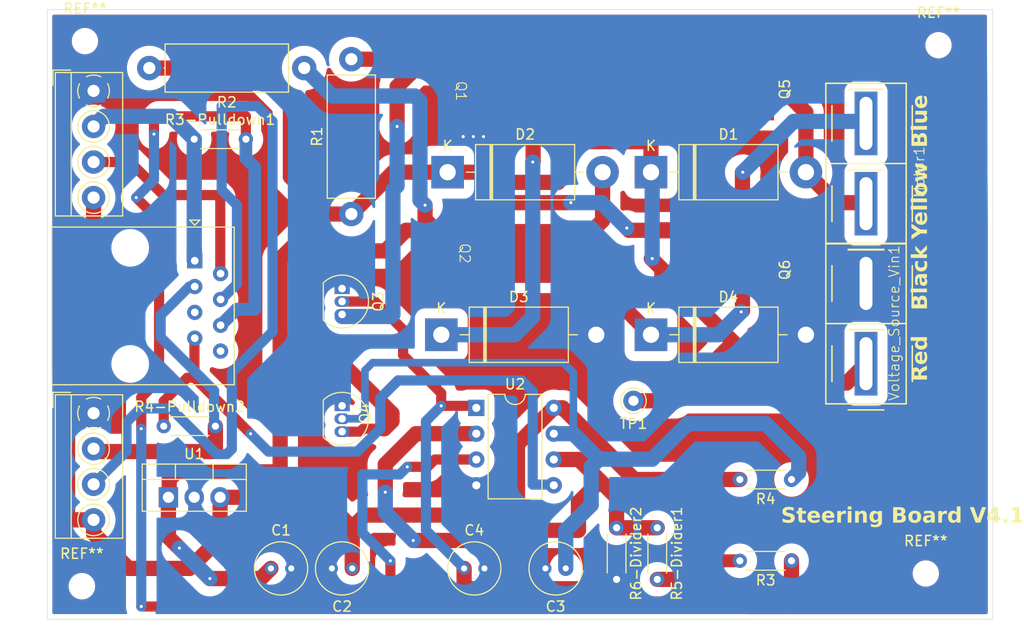
<source format=kicad_pcb>
(kicad_pcb (version 20221018) (generator pcbnew)
  (title_block (date "22 February 2025") (rev "8"))
  (layers (0 "F.Cu" signal) (31 "B.Cu" signal) (34 "B.Paste" user) (35 "F.Paste" user) (36 "B.SilkS" user "B.Silkscreen") (37 "F.SilkS" user "F.Silkscreen") (38 "B.Mask" user) (39 "F.Mask" user) (44 "Edge.Cuts" user))
  (net 0 "")
  (net 1 "V_{Supply}")
  (net 2 "GND")
  (net 3 "5 VDC")
  (net 4 "Net-(Q4-G)")
  (net 5 "Net-(Q3-G)")
  (net 6 "/L_Sense")
  (net 7 "Net-(Q1-G)")
  (net 8 "Net-(Q2-G)")
  (net 9 "/R_TN")
  (net 10 "L_TN")
  (net 11 "1.8 VDC")
  (net 14 "LOAD_LEFT")
  (net 15 "LOAD_RIGHT")
  (net 16 "/R_Sense")
  (net 17 "/L_RTN")
  (net 18 "/R_RTN")
  (footprint "Connector_RJ:RJ45_Amphenol_54602-x08_Horizontal" (layer "F.Cu") (at 29.6 40.2175 -90)
    (fp_text reference "RJ1" hide)
    (fp_text value "RJ45" hide)
    (pad "" np_thru_hole circle (at -1.27 6.35 270) (size 3.2 3.2) (drill 3.2) (layers "F&B.Cu" "*.Mask"))
    (pad "" np_thru_hole circle (at 10.16 6.35 270) (size 3.2 3.2) (drill 3.2) (layers "F&B.Cu" "*.Mask"))
    (pad "1" thru_hole rect (at 0 0 270) (size 1.5 1.5) (drill 0.76) (layers "*.Cu" "*.Mask") (net 17 "/L_RTN"))
    (pad "2" thru_hole circle (at 1.27 -2.54 270) (size 1.5 1.5) (drill 0.76) (layers "*.Cu" "*.Mask") (net 6 "/L_Sense"))
    (pad "3" thru_hole circle (at 2.54 0 270) (size 1.5 1.5) (drill 0.76) (layers "*.Cu" "*.Mask") (net 18 "/R_RTN"))
    (pad "4" thru_hole circle (at 3.81 -2.54 270) (size 1.5 1.5) (drill 0.76) (layers "*.Cu" "*.Mask") (net 16 "/R_Sense"))
    (pad "5" thru_hole circle (at 5.08 0 270) (size 1.5 1.5) (drill 0.76) (layers "*.Cu" "*.Mask"))
    (pad "6" thru_hole circle (at 6.35 -2.54 270) (size 1.5 1.5) (drill 0.76) (layers "*.Cu" "*.Mask") (net 9 "/R_TN"))
    (pad "7" thru_hole circle (at 7.62 0 270) (size 1.5 1.5) (drill 0.76) (layers "*.Cu" "*.Mask") (net 10 "L_TN"))
    (pad "8" thru_hole circle (at 8.89 -2.54 270) (size 1.5 1.5) (drill 0.76) (layers "*.Cu" "*.Mask"))
  )
  (footprint "AOD66406:AOD66406" (layer "F.Cu") (at 55.01 39.5 -90)
    (fp_text reference "Q2" (at -0.01 -1.15 -90 unlocked) (layer "F.SilkS") (effects (font (thickness 0.1))))
    (fp_text value "AOD66406")
    (pad "1" smd rect (at -0.0002 -7.87 270) (size 5.8 6.2) (layers "F.Cu" "F.Paste" "F.Mask") (net 15 "LOAD_RIGHT"))
    (pad "2" smd rect (at -2.2802 -0.69 270) (size 1.6 3) (layers "F.Cu" "F.Paste" "F.Mask") (net 8 "Net-(Q2-G)"))
    (pad "3" smd rect (at 2.2798 -0.69 270) (size 1.6 3) (layers "F.Cu" "F.Paste" "F.Mask") (net 2 "GND"))
  )
  (footprint "Resistor_THT:R_Axial_DIN0204_L3.6mm_D1.6mm_P5.08mm_Horizontal" (layer "F.Cu") (at 26.55 56.5)
    (fp_text reference "R4-Pulldown2" (at 2.54 -1.92) (layer "F.SilkS"))
    (fp_text value "10K")
    (pad "1" thru_hole circle (at 0 0) (size 1.4 1.4) (drill 0.7) (layers "*.Cu" "*.Mask") (net 10 "L_TN"))
    (pad "2" thru_hole oval (at 5.08 0) (size 1.4 1.4) (drill 0.7) (layers "*.Cu" "*.Mask") (net 18 "/R_RTN"))
  )
  (footprint "Resistor_THT:R_Axial_DIN0414_L11.9mm_D4.5mm_P15.24mm_Horizontal" (layer "F.Cu") (at 40.37 21.25 180)
    (fp_text reference "R2" (at 7.62 -3.37 180) (layer "F.SilkS"))
    (fp_text value "1K")
    (pad "1" thru_hole circle (at 0 0 180) (size 2.4 2.4) (drill 1.2) (layers "*.Cu" "*.Mask") (net 8 "Net-(Q2-G)"))
    (pad "2" thru_hole oval (at 15.24 0 180) (size 2.4 2.4) (drill 1.2) (layers "*.Cu" "*.Mask") (net 1 "V_{Supply}"))
  )
  (footprint "TerminalBlock_MetzConnect:TerminalBlock_MetzConnect_Type059_RT06304HBWC_1x04_P3.50mm_Horizontal" (layer "F.Cu") (at 19.65 55.22 -90)
    (fp_text reference "Right1" hide)
    (fp_text value "Screw_Terminal_01x04")
    (pad "1" thru_hole rect (at 0 0 270) (size 2.3 2.3) (drill 1.2) (layers "*.Cu" "*.Mask") (net 2 "GND"))
    (pad "2" thru_hole circle (at 3.5 0 270) (size 2.3 2.3) (drill 1.2) (layers "*.Cu" "*.Mask") (net 18 "/R_RTN"))
    (pad "3" thru_hole circle (at 7 0 270) (size 2.3 2.3) (drill 1.2) (layers "*.Cu" "*.Mask") (net 16 "/R_Sense"))
    (pad "4" thru_hole circle (at 10.5 0 270) (size 2.3 2.3) (drill 1.2) (layers "*.Cu" "*.Mask") (net 3 "5 VDC"))
  )
  (footprint "Package_TO_SOT_THT:TO-220-3_Vertical" (layer "F.Cu") (at 27.01 63.5)
    (fp_text reference "U1" (at 2.54 -4.27) (layer "F.SilkS"))
    (fp_text value "L7805")
    (pad "1" thru_hole rect (at 0 0) (size 1.905 2) (drill 1.1) (layers "*.Cu" "*.Mask") (net 1 "V_{Supply}"))
    (pad "2" thru_hole oval (at 2.54 0) (size 1.905 2) (drill 1.1) (layers "*.Cu" "*.Mask") (net 2 "GND"))
    (pad "3" thru_hole oval (at 5.08 0) (size 1.905 2) (drill 1.1) (layers "*.Cu" "*.Mask") (net 3 "5 VDC"))
  )
  (footprint "Connector_Pin:Pin_D1.0mm_L10.0mm" (layer "F.Cu") (at 72.75 54)
    (fp_text reference "TP1" (at 0 2.25) (layer "F.SilkS"))
    (fp_text value "TestPoint")
    (pad "1" thru_hole circle (at 0 0) (size 2 2) (drill 1) (layers "*.Cu" "*.Mask") (net 1 "V_{Supply}"))
  )
  (footprint "TerminalBlock_MetzConnect:TerminalBlock_MetzConnect_Type059_RT06304HBWC_1x04_P3.50mm_Horizontal" (layer "F.Cu") (at 19.65 23.5 -90)
    (fp_text reference "Left1" hide)
    (fp_text value "Screw_Terminal_01x04")
    (pad "1" thru_hole rect (at 0 0 270) (size 2.3 2.3) (drill 1.2) (layers "*.Cu" "*.Mask") (net 2 "GND"))
    (pad "2" thru_hole circle (at 3.5 0 270) (size 2.3 2.3) (drill 1.2) (layers "*.Cu" "*.Mask") (net 17 "/L_RTN"))
    (pad "3" thru_hole circle (at 7 0 270) (size 2.3 2.3) (drill 1.2) (layers "*.Cu" "*.Mask") (net 6 "/L_Sense"))
    (pad "4" thru_hole circle (at 10.5 0 270) (size 2.3 2.3) (drill 1.2) (layers "*.Cu" "*.Mask") (net 3 "5 VDC"))
  )
  (footprint "Package_TO_SOT_THT:TO-92_Inline" (layer "F.Cu") (at 44.09 42.96 -90)
    (fp_text reference "Q3" (at 1.27 -3.56 90) (layer "F.SilkS"))
    (fp_text value "2N7000")
    (pad "1" thru_hole rect (at 0 0 270) (size 1.05 1.5) (drill 0.75) (layers "*.Cu" "*.Mask") (net 2 "GND"))
    (pad "2" thru_hole oval (at 1.27 0 270) (size 1.05 1.5) (drill 0.75) (layers "*.Cu" "*.Mask") (net 5 "Net-(Q3-G)"))
    (pad "3" thru_hole oval (at 2.54 0 270) (size 1.05 1.5) (drill 0.75) (layers "*.Cu" "*.Mask") (net 7 "Net-(Q1-G)"))
  )
  (footprint "MountingHole:MountingHole_2.1mm" (layer "F.Cu") (at 101.5 71)
    (fp_text reference "REF**" (at 0 -3.2) (layer "F.SilkS"))
    (fp_text value "MountingHole_2.1mm")
    (pad "" np_thru_hole circle (at 0 0) (size 2.1 2.1) (drill 2.1) (layers "F&B.Cu" "*.Mask"))
  )
  (footprint "Diode_THT:D_DO-201AD_P15.24mm_Horizontal" (layer "F.Cu") (at 54.47 31.5)
    (fp_text reference "D2" (at 7.62 -3.72) (layer "F.SilkS"))
    (fp_text value "SB5H100")
    (fp_text user "K" (at 0 -2.6) (layer "F.SilkS"))
    (pad "1" thru_hole rect (at 0 0) (size 3.2 3.2) (drill 1.6) (layers "*.Cu" "*.Mask") (net 1 "V_{Supply}"))
    (pad "2" thru_hole oval (at 15.24 0) (size 3.2 3.2) (drill 1.6) (layers "*.Cu" "*.Mask") (net 15 "LOAD_RIGHT"))
  )
  (footprint "Diode_THT:D_DO-201AD_P15.24mm_Horizontal" (layer "F.Cu") (at 53.85 47.5)
    (fp_text reference "D3" (at 7.62 -3.72) (layer "F.SilkS"))
    (fp_text value "SB5H100")
    (fp_text user "K" (at 0 -2.6) (layer "F.SilkS"))
    (pad "1" thru_hole rect (at 0 0) (size 3.2 3.2) (drill 1.6) (layers "*.Cu" "*.Mask") (net 14 "LOAD_LEFT"))
    (pad "2" thru_hole oval (at 15.24 0) (size 3.2 3.2) (drill 1.6) (layers "*.Cu" "*.Mask") (net 2 "GND"))
  )
  (footprint "Resistor_THT:R_Axial_DIN0414_L11.9mm_D4.5mm_P15.24mm_Horizontal" (layer "F.Cu") (at 45 35.62 90)
    (fp_text reference "R1" (at 7.62 -3.37 90) (layer "F.SilkS"))
    (fp_text value "1K")
    (pad "1" thru_hole circle (at 0 0 90) (size 2.4 2.4) (drill 1.2) (layers "*.Cu" "*.Mask") (net 1 "V_{Supply}"))
    (pad "2" thru_hole oval (at 15.24 0 90) (size 2.4 2.4) (drill 1.2) (layers "*.Cu" "*.Mask") (net 7 "Net-(Q1-G)"))
  )
  (footprint "Resistor_THT:R_Axial_DIN0204_L3.6mm_D1.6mm_P5.08mm_Horizontal" (layer "F.Cu") (at 88.29 61.75 180)
    (fp_text reference "R4" (at 2.54 -1.92 180) (layer "F.SilkS"))
    (fp_text value "10k")
    (pad "1" thru_hole circle (at 0 0 180) (size 1.4 1.4) (drill 0.7) (layers "*.Cu" "*.Mask") (net 4 "Net-(Q4-G)"))
    (pad "2" thru_hole oval (at 5.08 0 180) (size 1.4 1.4) (drill 0.7) (layers "*.Cu" "*.Mask") (net 3 "5 VDC"))
  )
  (footprint "Capacitor_THT:C_Radial_D5.0mm_H7.0mm_P2.00mm" (layer "F.Cu") (at 56.09 70.5)
    (fp_text reference "C4" (at 1 -3.75) (layer "F.SilkS"))
    (fp_text value "10pF")
    (pad "1" thru_hole circle (at 0 0) (size 1.2 1.2) (drill 0.6) (layers "*.Cu" "*.Mask") (net 5 "Net-(Q3-G)"))
    (pad "2" thru_hole circle (at 2 0) (size 1.2 1.2) (drill 0.6) (layers "*.Cu" "*.Mask") (net 2 "GND"))
  )
  (footprint "Package_DIP:DIP-8_W7.62mm" (layer "F.Cu") (at 57.29 54.7)
    (fp_text reference "U2" (at 3.81 -2.33) (layer "F.SilkS"))
    (fp_text value "LM393")
    (pad "1" thru_hole rect (at 0 0) (size 1.6 1.6) (drill 0.8) (layers "*.Cu" "*.Mask") (net 5 "Net-(Q3-G)"))
    (pad "2" thru_hole oval (at 0 2.54) (size 1.6 1.6) (drill 0.8) (layers "*.Cu" "*.Mask") (net 11 "1.8 VDC"))
    (pad "3" thru_hole oval (at 0 5.08) (size 1.6 1.6) (drill 0.8) (layers "*.Cu" "*.Mask") (net 9 "/R_TN"))
    (pad "4" thru_hole oval (at 0 7.62) (size 1.6 1.6) (drill 0.8) (layers "*.Cu" "*.Mask") (net 2 "GND"))
    (pad "5" thru_hole oval (at 7.62 7.62) (size 1.6 1.6) (drill 0.8) (layers "*.Cu" "*.Mask") (net 10 "L_TN"))
    (pad "6" thru_hole oval (at 7.62 5.08) (size 1.6 1.6) (drill 0.8) (layers "*.Cu" "*.Mask") (net 11 "1.8 VDC"))
    (pad "7" thru_hole oval (at 7.62 2.54) (size 1.6 1.6) (drill 0.8) (layers "*.Cu" "*.Mask") (net 4 "Net-(Q4-G)"))
    (pad "8" thru_hole oval (at 7.62 0) (size 1.6 1.6) (drill 0.8) (layers "*.Cu" "*.Mask") (net 3 "5 VDC"))
  )
  (footprint "Anderson_Connector:Anderson_Conn" (layer "F.Cu") (at 101.83 30.65 90)
    (fp_text reference "Motor1" (at -0.84 -0.9625 90 unlocked) (layer "F.SilkS") (effects (font (thickness 0.1))))
    (fp_text value "Conn_01x02")
    (pad "1" thru_hole rect (at -3.95 -6.21 90) (size 6.25 2.25) (drill oval 5.23 1.27) (layers "*.Cu" "*.Mask") (net 14 "LOAD_LEFT"))
    (pad "2" thru_hole rect (at 3.95 -6.21 90) (size 6.25 2.25) (drill oval 5.23 1.27) (layers "*.Cu" "*.Mask") (net 15 "LOAD_RIGHT"))
  )
  (footprint "Capacitor_THT:C_Radial_D5.0mm_H7.0mm_P2.00mm" (layer "F.Cu") (at 66.09 70.5 180)
    (fp_text reference "C3" (at 1 -3.75) (layer "F.SilkS"))
    (fp_text value "10pF")
    (pad "1" thru_hole circle (at 0 0 180) (size 1.2 1.2) (drill 0.6) (layers "*.Cu" "*.Mask") (net 4 "Net-(Q4-G)"))
    (pad "2" thru_hole circle (at 2 0 180) (size 1.2 1.2) (drill 0.6) (layers "*.Cu" "*.Mask") (net 2 "GND"))
  )
  (footprint "Resistor_THT:R_Axial_DIN0204_L3.6mm_D1.6mm_P5.08mm_Horizontal" (layer "F.Cu") (at 71.09 66.5 -90)
    (fp_text reference "R6-Divider2" (at 2.54 -1.92 90) (layer "F.SilkS"))
    (fp_text value "4.7K")
    (pad "1" thru_hole circle (at 0 0 270) (size 1.4 1.4) (drill 0.7) (layers "*.Cu" "*.Mask") (net 11 "1.8 VDC"))
    (pad "2" thru_hole oval (at 5.08 0 270) (size 1.4 1.4) (drill 0.7) (layers "*.Cu" "*.Mask") (net 2 "GND"))
  )
  (footprint "MountingHole:MountingHole_2.1mm" (layer "F.Cu") (at 18.8 18.6)
    (fp_text reference "REF**" (at 0 -3.2) (layer "F.SilkS"))
    (fp_text value "MountingHole_2.1mm")
    (pad "" np_thru_hole circle (at 0 0) (size 2.1 2.1) (drill 2.1) (layers "F&B.Cu" "*.Mask"))
  )
  (footprint "Capacitor_THT:C_Radial_D5.0mm_H7.0mm_P2.00mm" (layer "F.Cu") (at 45.09 70.5 180)
    (fp_text reference "C2" (at 1 -3.75) (layer "F.SilkS"))
    (fp_text value "0.1uF")
    (pad "1" thru_hole circle (at 0 0 180) (size 1.2 1.2) (drill 0.6) (layers "*.Cu" "*.Mask") (net 3 "5 VDC"))
    (pad "2" thru_hole circle (at 2 0 180) (size 1.2 1.2) (drill 0.6) (layers "*.Cu" "*.Mask") (net 2 "GND"))
  )
  (footprint "Anderson_Connector:Anderson_Conn" (layer "F.Cu") (at 101.83 46.4 90)
    (fp_text reference "Voltage_Source_Vin1" (at 0.05 -3.44 90 unlocked) (layer "F.SilkS") (effects (font (thickness 0.1))))
    (fp_text value "Conn_01x02")
    (pad "1" thru_hole rect (at -3.95 -6.21 90) (size 6.25 2.25) (drill oval 5.23 1.27) (layers "*.Cu" "*.Mask") (net 1 "V_{Supply}"))
    (pad "2" thru_hole rect (at 3.95 -6.21 90) (size 6.25 2.25) (drill oval 5.23 1.27) (layers "*.Cu" "*.Mask") (net 2 "GND"))
  )
  (footprint "Resistor_THT:R_Axial_DIN0204_L3.6mm_D1.6mm_P5.08mm_Horizontal" (layer "F.Cu") (at 29.55 28.25)
    (fp_text reference "R3-Pulldown1" (at 2.54 -1.92) (layer "F.SilkS"))
    (fp_text value "10K")
    (pad "1" thru_hole circle (at 0 0) (size 1.4 1.4) (drill 0.7) (layers "*.Cu" "*.Mask") (net 17 "/L_RTN"))
    (pad "2" thru_hole oval (at 5.08 0) (size 1.4 1.4) (drill 0.7) (layers "*.Cu" "*.Mask") (net 9 "/R_TN"))
  )
  (footprint "Package_TO_SOT_THT:TO-92_Inline" (layer "F.Cu") (at 44.09 54.5 -90)
    (fp_text reference "Q4" (at 0.75 -2.25 90) (layer "F.SilkS"))
    (fp_text value "2N7000")
    (pad "1" thru_hole rect (at 0 0 270) (size 1.05 1.5) (drill 0.75) (layers "*.Cu" "*.Mask") (net 2 "GND"))
    (pad "2" thru_hole oval (at 1.27 0 270) (size 1.05 1.5) (drill 0.75) (layers "*.Cu" "*.Mask") (net 4 "Net-(Q4-G)"))
    (pad "3" thru_hole oval (at 2.54 0 270) (size 1.05 1.5) (drill 0.75) (layers "*.Cu" "*.Mask") (net 8 "Net-(Q2-G)"))
  )
  (footprint "AOD4189:DPACK" (layer "F.Cu") (at 81.09 39.5 -90)
    (fp_text reference "Q6" (at 1.61 -6.54 90) (layer "F.SilkS"))
    (fp_text value "AOD4189")
    (pad "1" smd rect (at -2.28 4.8 270) (size 1.6 3) (layers "F.Cu" "F.Paste" "F.Mask") (net 8 "Net-(Q2-G)"))
    (pad "3" smd rect (at 2.28 4.8 270) (size 1.6 3) (layers "F.Cu" "F.Paste" "F.Mask") (net 1 "V_{Supply}"))
    (pad "4" smd rect (at 0 -2.38 270) (size 5.8 6.2) (layers "F.Cu" "F.Paste" "F.Mask") (net 15 "LOAD_RIGHT"))
  )
  (footprint "Resistor_THT:R_Axial_DIN0204_L3.6mm_D1.6mm_P5.08mm_Horizontal" (layer "F.Cu") (at 88.29 69.75 180)
    (fp_text reference "R3" (at 2.54 -1.92 180) (layer "F.SilkS"))
    (fp_text value "10k")
    (pad "1" thru_hole circle (at 0 0 180) (size 1.4 1.4) (drill 0.7) (layers "*.Cu" "*.Mask") (net 5 "Net-(Q3-G)"))
    (pad "2" thru_hole oval (at 5.08 0 180) (size 1.4 1.4) (drill 0.7) (layers "*.Cu" "*.Mask") (net 3 "5 VDC"))
  )
  (footprint "Diode_THT:D_DO-201AD_P15.24mm_Horizontal" (layer "F.Cu") (at 74.47 47.5)
    (fp_text reference "D4" (at 7.62 -3.72) (layer "F.SilkS"))
    (fp_text value "SB5H100")
    (fp_text user "K" (at 0 -2.6) (layer "F.SilkS"))
    (pad "1" thru_hole rect (at 0 0) (size 3.2 3.2) (drill 1.6) (layers "*.Cu" "*.Mask") (net 15 "LOAD_RIGHT"))
    (pad "2" thru_hole oval (at 15.24 0) (size 3.2 3.2) (drill 1.6) (layers "*.Cu" "*.Mask") (net 2 "GND"))
  )
  (footprint "MountingHole:MountingHole_2.1mm" (layer "F.Cu") (at 18.5 72.25)
    (fp_text reference "REF**" (at 0 -3.2) (layer "F.SilkS"))
    (fp_text value "MountingHole_2.1mm")
    (pad "" np_thru_hole circle (at 0 0) (size 2.1 2.1) (drill 2.1) (layers "*.Cu" "*.Mask"))
  )
  (footprint "AOD4189:DPACK" (layer "F.Cu") (at 81.09 23.5 -90)
    (fp_text reference "Q5" (at -0.17 -6.54 90) (layer "F.SilkS"))
    (fp_text value "AOD4189")
    (pad "1" smd rect (at -2.28 4.8 270) (size 1.6 3) (layers "F.Cu" "F.Paste" "F.Mask") (net 7 "Net-(Q1-G)"))
    (pad "3" smd rect (at 2.28 4.8 270) (size 1.6 3) (layers "F.Cu" "F.Paste" "F.Mask") (net 1 "V_{Supply}"))
    (pad "4" smd rect (at 0 -2.38 270) (size 5.8 6.2) (layers "F.Cu" "F.Paste" "F.Mask") (net 14 "LOAD_LEFT"))
  )
  (footprint "MountingHole:MountingHole_2.1mm" (layer "F.Cu") (at 102.75 19)
    (fp_text reference "REF**" (at 0 -3.2) (layer "F.SilkS"))
    (fp_text value "MountingHole_2.1mm")
    (pad "" np_thru_hole circle (at 0 0) (size 2.1 2.1) (drill 2.1) (layers "F&B.Cu" "*.Mask"))
  )
  (footprint "Resistor_THT:R_Axial_DIN0204_L3.6mm_D1.6mm_P5.08mm_Horizontal" (layer "F.Cu") (at 75.09 66.5 -90)
    (fp_text reference "R5-Divider1" (at 2.54 -1.92 90) (layer "F.SilkS"))
    (fp_text value "10K")
    (pad "1" thru_hole circle (at 0 0 270) (size 1.4 1.4) (drill 0.7) (layers "*.Cu" "*.Mask") (net 11 "1.8 VDC"))
    (pad "2" thru_hole oval (at 5.08 0 270) (size 1.4 1.4) (drill 0.7) (layers "*.Cu" "*.Mask") (net 3 "5 VDC"))
  )
  (footprint "AOD66406:AOD66406" (layer "F.Cu") (at 55.01 23.5 -90)
    (fp_text reference "Q1" (at 0.02 -0.79 -90 unlocked) (layer "F.SilkS") (effects (font (thickness 0.1))))
    (fp_text value "AOD66406")
    (pad "1" smd rect (at -0.0002 -7.87 270) (size 5.8 6.2) (layers "F.Cu" "F.Paste" "F.Mask") (net 14 "LOAD_LEFT"))
    (pad "2" smd rect (at -2.2802 -0.69 270) (size 1.6 3) (layers "F.Cu" "F.Paste" "F.Mask") (net 7 "Net-(Q1-G)"))
    (pad "3" smd rect (at 2.2798 -0.69 270) (size 1.6 3) (layers "F.Cu" "F.Paste" "F.Mask") (net 2 "GND"))
  )
  (footprint "Diode_THT:D_DO-201AD_P15.24mm_Horizontal" (layer "F.Cu") (at 74.47 31.5)
    (fp_text reference "D1" (at 7.62 -3.72) (layer "F.SilkS"))
    (fp_text value "SB5H100")
    (fp_text user "K" (at 0 -2.6) (layer "F.SilkS"))
    (pad "1" thru_hole rect (at 0 0) (size 3.2 3.2) (drill 1.6) (layers "*.Cu" "*.Mask") (net 1 "V_{Supply}"))
    (pad "2" thru_hole oval (at 15.24 0) (size 3.2 3.2) (drill 1.6) (layers "*.Cu" "*.Mask") (net 14 "LOAD_LEFT"))
  )
  (footprint "Capacitor_THT:C_Radial_D5.0mm_H7.0mm_P2.00mm" (layer "F.Cu") (at 37.09 70.5)
    (fp_text reference "C1" (at 1 -3.75) (layer "F.SilkS"))
    (fp_text value "0.33uF")
    (pad "1" thru_hole circle (at 0 0) (size 1.2 1.2) (drill 0.6) (layers "*.Cu" "*.Mask") (net 1 "V_{Supply}"))
    (pad "2" thru_hole circle (at 2 0) (size 1.2 1.2) (drill 0.6) (layers "*.Cu" "*.Mask") (net 2 "GND"))
  )
  (gr_rect (start 15.09 15.5) (end 108.09 75.5) (stroke (width 0.05)) (fill none) (layer "Edge.Cuts"))
  (gr_text "Blue" (at 101.87 29.1 90) (layer "F.SilkS") (effects (font (size 1.5 1.5) (thickness 0.3) bold) (justify left bottom)))
  (gr_text "Yellow" (at 101.87 38.1 90) (layer "F.SilkS") (effects (font (size 1.5 1.5) (thickness 0.3) bold) (justify left bottom)))
  (gr_text "Black" (at 101.87 45.1 90) (layer "F.SilkS") (effects (font (size 1.5 1.5) (thickness 0.3) bold) (justify left bottom)))
  (gr_text "Red" (at 101.87 52.1 90) (layer "F.SilkS") (effects (font (size 1.5 1.5) (thickness 0.3) bold) (justify left bottom)))
  (gr_text "Steering Board V4.1" (at 87.25 66.25) (layer "F.SilkS") (effects (font (size 1.5 1.5) (thickness 0.25) bold) (justify left bottom)))
  (segment (start 76.06 25.78) (end 74.47 27.37) (width 1.5) (layer "F.Cu") (net 1))
  (segment (start 36.09 71.5) (end 37.09 70.5) (width 1.5) (layer "F.Cu") (net 1))
  (segment (start 74.59 40) (end 74.51 40) (width 1.5) (layer "F.Cu") (net 1))
  (segment (start 87 53.5) (end 88.25 52.25) (width 1.5) (layer "F.Cu") (net 1))
  (segment (start 76.29 25.78) (end 76.06 25.78) (width 1.5) (layer "F.Cu") (net 1))
  (segment (start 60.59 32.5) (end 65.34 32.5) (width 1.5) (layer "F.Cu") (net 1))
  (segment (start 76.29 41.78) (end 76.29 41.95) (width 1.5) (layer "F.Cu") (net 1))
  (segment (start 49.12 31.5) (end 45 35.62) (width 1.5) (layer "F.Cu") (net 1))
  (segment (start 27.09 61.75) (end 27.09 63.42) (width 1.5) (layer "F.Cu") (net 1))
  (segment (start 27.01 67.42) (end 28.09 68.5) (width 1.5) (layer "F.Cu") (net 1))
  (segment (start 39.01 31.96) (end 39.01 24.76) (width 1.5) (layer "F.Cu") (net 1))
  (segment (start 27.84 61) (end 27.09 61.75) (width 1.5) (layer "F.Cu") (net 1))
  (segment (start 39.01 24.76) (end 35.5 21.25) (width 1.5) (layer "F.Cu") (net 1))
  (segment (start 66.84 28.5) (end 74.47 28.5) (width 1.5) (layer "F.Cu") (net 1))
  (segment (start 35.5 21.25) (end 25.13 21.25) (width 1.5) (layer "F.Cu") (net 1))
  (segment (start 27.01 63.5) (end 27.01 67.42) (width 1.5) (layer "F.Cu") (net 1))
  (segment (start 65.34 32.5) (end 65.34 30) (width 1.5) (layer "F.Cu") (net 1))
  (segment (start 45 35.62) (end 42.67 35.62) (width 1.5) (layer "F.Cu") (net 1))
  (segment (start 82.59 48.25) (end 77.34 53.5) (width 1.5) (layer "F.Cu") (net 1))
  (segment (start 42.55 35.5) (end 38 40.05) (width 1.5) (layer "F.Cu") (net 1))
  (segment (start 74.59 40.08) (end 74.59 40) (width 1.5) (layer "F.Cu") (net 1))
  (segment (start 88.25 52.25) (end 93.72 52.25) (width 1.5) (layer "F.Cu") (net 1))
  (segment (start 74.47 28.5) (end 74.47 31.5) (width 1.5) (layer "F.Cu") (net 1))
  (segment (start 31.09 71.5) (end 36.09 71.5) (width 1.5) (layer "F.Cu") (net 1))
  (segment (start 38 40.05) (end 38 61) (width 1.5) (layer "F.Cu") (net 1))
  (segment (start 74.51 40) (end 74.59 40.08) (width 1.5) (layer "F.Cu") (net 1))
  (segment (start 76.29 41.95) (end 82.59 48.25) (width 1.5) (layer "F.Cu") (net 1))
  (segment (start 38 61) (end 27.84 61) (width 1.5) (layer "F.Cu") (net 1))
  (segment (start 77.34 53.5) (end 76.84 54) (width 1.5) (layer "F.Cu") (net 1))
  (segment (start 65.34 30) (end 66.84 28.5) (width 1.5) (layer "F.Cu") (net 1))
  (segment (start 76.84 54) (end 72.75 54) (width 1.5) (layer "F.Cu") (net 1))
  (segment (start 77.34 53.5) (end 87 53.5) (width 1.5) (layer "F.Cu") (net 1))
  (segment (start 42.67 35.62) (end 39.01 31.96) (width 1.5) (layer "F.Cu") (net 1))
  (segment (start 74.47 27.37) (end 74.47 28.5) (width 1.5) (layer "F.Cu") (net 1))
  (segment (start 76.29 41.78) (end 74.59 40.08) (width 1.5) (layer "F.Cu") (net 1))
  (segment (start 54.47 31.5) (end 49.12 31.5) (width 1.5) (layer "F.Cu") (net 1))
  (segment (start 59.59 31.5) (end 60.59 32.5) (width 1.5) (layer "F.Cu") (net 1))
  (segment (start 93.72 52.25) (end 95.62 50.35) (width 1.5) (layer "F.Cu") (net 1))
  (segment (start 54.47 31.5) (end 59.59 31.5) (width 1.5) (layer "F.Cu") (net 1))
  (segment (start 27.09 63.42) (end 27.01 63.5) (width 1.5) (layer "F.Cu") (net 1))
  (via (at 74.59 40) (size 0.6) (drill 0.3) (layers "F.Cu" "B.Cu") (net 1))
  (via (at 28.09 68.5) (size 0.6) (drill 0.3) (layers "F.Cu" "B.Cu") (net 1))
  (via (at 31.09 71.5) (size 0.6) (drill 0.3) (layers "F.Cu" "B.Cu") (net 1))
  (segment (start 74.59 40) (end 74.59 31.62) (width 1.5) (layer "B.Cu") (net 1))
  (segment (start 28.09 68.5) (end 31.09 71.5) (width 1.5) (layer "B.Cu") (net 1))
  (segment (start 74.59 31.62) (end 74.47 31.5) (width 1.5) (layer "B.Cu") (net 1))
  (via (at 58 28) (size 0.6) (drill 0.3) (layers "F.Cu" "B.Cu") (net 2))
  (via (at 57 28) (size 0.6) (drill 0.3) (layers "F.Cu" "B.Cu") (net 2))
  (via (at 56 28) (size 0.6) (drill 0.3) (layers "F.Cu" "B.Cu") (net 2))
  (via (at 56 28) (size 0.6) (drill 0.3) (layers "F.Cu" "B.Cu") (net 2))
  (segment (start 23.09 70.5) (end 29.09 70.5) (width 1.5) (layer "F.Cu") (net 3))
  (segment (start 83.21 61.75) (end 80.93 61.75) (width 1.5) (layer "F.Cu") (net 3))
  (segment (start 17.31 65.72) (end 19.65 65.72) (width 1.5) (layer "F.Cu") (net 3))
  (segment (start 61.34 65.25) (end 61.34 58.27) (width 1.5) (layer "F.Cu") (net 3))
  (segment (start 79.85 71.58) (end 80.93 70.5) (width 1.5) (layer "F.Cu") (net 3))
  (segment (start 29.09 70.5) (end 32.09 67.5) (width 1.5) (layer "F.Cu") (net 3))
  (segment (start 32.09 67.5) (end 32.09 63.5) (width 1.5) (layer "F.Cu") (net 3))
  (segment (start 72.84 61.75) (end 80.93 61.75) (width 1.5) (layer "F.Cu") (net 3))
  (segment (start 17.09 65.5) (end 17.31 65.72) (width 1.5) (layer "F.Cu") (net 3))
  (segment (start 46.34 65.25) (end 61.34 65.25) (width 1.5) (layer "F.Cu") (net 3))
  (segment (start 80.93 69.75) (end 80.93 70.5) (width 1.5) (layer "F.Cu") (net 3))
  (segment (start 64.91 54.7) (end 65.79 54.7) (width 1.5) (layer "F.Cu") (net 3))
  (segment (start 75.09 71.58) (end 79.85 71.58) (width 1.5) (layer "F.Cu") (net 3))
  (segment (start 42.09 63.5) (end 45.09 66.5) (width 1.5) (layer "F.Cu") (net 3))
  (segment (start 80.93 61.75) (end 80.93 69.75) (width 1.5) (layer "F.Cu") (net 3))
  (segment (start 65.79 54.7) (end 72.84 61.75) (width 1.5) (layer "F.Cu") (net 3))
  (segment (start 19.65 65.72) (end 19.65 67.06) (width 1.5) (layer "F.Cu") (net 3))
  (segment (start 32.09 63.5) (end 42.09 63.5) (width 1.5) (layer "F.Cu") (net 3))
  (segment (start 17.09 52.5) (end 17.09 65.5) (width 1.5) (layer "F.Cu") (net 3))
  (segment (start 19.65 67.06) (end 23.09 70.5) (width 1.5) (layer "F.Cu") (net 3))
  (segment (start 45.09 66.5) (end 45.09 70.5) (width 1.5) (layer "F.Cu") (net 3))
  (segment (start 19.65 49.94) (end 17.09 52.5) (width 1.5) (layer "F.Cu") (net 3))
  (segment (start 19.65 34) (end 19.65 49.94) (width 1.5) (layer "F.Cu") (net 3))
  (segment (start 61.34 58.27) (end 64.91 54.7) (width 1.5) (layer "F.Cu") (net 3))
  (segment (start 45.09 66.5) (end 46.34 65.25) (width 1.5) (layer "F.Cu") (net 3))
  (segment (start 83.21 69.75) (end 80.93 69.75) (width 1.27) (layer "F.Cu") (net 3))
  (segment (start 68.59 64.25) (end 68.59 60.5) (width 1.5) (layer "B.Cu") (net 4))
  (segment (start 88.29 61.75) (end 89 61.04) (width 1.5) (layer "B.Cu") (net 4))
  (segment (start 66.83 57.24) (end 64.91 57.24) (width 1.5) (layer "B.Cu") (net 4))
  (segment (start 46.34 55.25) (end 46.34 51) (width 0.75) (layer "B.Cu") (net 4))
  (segment (start 74.59 59.75) (end 69.34 59.75) (width 1.5) (layer "B.Cu") (net 4))
  (segment (start 65.84 50.25) (end 66.84 51.25) (width 0.75) (layer "B.Cu") (net 4))
  (segment (start 89 59.5) (end 85.75 56.25) (width 1.5) (layer "B.Cu") (net 4))
  (segment (start 46.34 51) (end 47.09 50.25) (width 0.75) (layer "B.Cu") (net 4))
  (segment (start 66.84 57.23) (end 66.83 57.24) (width 0.75) (layer "B.Cu") (net 4))
  (segment (start 66.09 66.75) (end 68.59 64.25) (width 1.5) (layer "B.Cu") (net 4))
  (segment (start 89 61.04) (end 89 59.5) (width 1.5) (layer "B.Cu") (net 4))
  (segment (start 69.34 59.75) (end 66.83 57.24) (width 1.5) (layer "B.Cu") (net 4))
  (segment (start 47.09 50.25) (end 65.84 50.25) (width 0.75) (layer "B.Cu") (net 4))
  (segment (start 66.09 70.5) (end 66.09 66.75) (width 1.5) (layer "B.Cu") (net 4))
  (segment (start 66.84 51.25) (end 66.84 57.23) (width 0.75) (layer "B.Cu") (net 4))
  (segment (start 45.82 55.77) (end 46.34 55.25) (width 0.75) (layer "B.Cu") (net 4))
  (segment (start 44.09 55.77) (end 45.82 55.77) (width 0.75) (layer "B.Cu") (net 4))
  (segment (start 78.09 56.25) (end 74.59 59.75) (width 1.5) (layer "B.Cu") (net 4))
  (segment (start 68.59 60.5) (end 69.34 59.75) (width 1.5) (layer "B.Cu") (net 4))
  (segment (start 85.75 56.25) (end 78.09 56.25) (width 1.5) (layer "B.Cu") (net 4))
  (segment (start 56.09 70.5) (end 56.09 72.5) (width 1.5) (layer "F.Cu") (net 5))
  (segment (start 88.29 72.71) (end 88.25 72.75) (width 1.5) (layer "F.Cu") (net 5))
  (segment (start 88.29 69.75) (end 88.29 72.71) (width 1.5) (layer "F.Cu") (net 5))
  (segment (start 50.09 47) (end 50.09 49.5) (width 1) (layer "F.Cu") (net 5))
  (segment (start 53.84 53.25) (end 53.84 54.5) (width 1) (layer "F.Cu") (net 5))
  (segment (start 69.84 74) (end 82 74) (width 1.5) (layer "F.Cu") (net 5))
  (segment (start 82 74) (end 83.25 72.75) (width 1.5) (layer "F.Cu") (net 5))
  (segment (start 83.25 72.75) (end 88.25 72.75) (width 1.5) (layer "F.Cu") (net 5))
  (segment (start 47.32 44.23) (end 50.09 47) (width 1) (layer "F.Cu") (net 5))
  (segment (start 57.09 54.5) (end 57.29 54.7) (width 1) (layer "F.Cu") (net 5))
  (segment (start 68.34 72.5) (end 69.84 74) (width 1.5) (layer "F.Cu") (net 5))
  (segment (start 53.84 54.5) (end 57.09 54.5) (width 1) (layer "F.Cu") (net 5))
  (segment (start 56.09 72.5) (end 68.34 72.5) (width 1.5) (layer "F.Cu") (net 5))
  (segment (start 44.09 44.23) (end 47.32 44.23) (width 1) (layer "F.Cu") (net 5))
  (segment (start 50.09 49.5) (end 53.84 53.25) (width 1) (layer "F.Cu") (net 5))
  (via (at 53.84 54.5) (size 0.6) (drill 0.3) (layers "F.Cu" "B.Cu") (net 5))
  (segment (start 52.34 66.75) (end 56.09 70.5) (width 1) (layer "B.Cu") (net 5))
  (segment (start 53.84 54.5) (end 52.34 56) (width 1) (layer "B.Cu") (net 5))
  (segment (start 52.34 56) (end 52.34 66.75) (width 1) (layer "B.Cu") (net 5))
  (segment (start 31.84 33.75) (end 32.11 34.02) (width 1) (layer "F.Cu") (net 6))
  (segment (start 26.5 33.75) (end 31.84 33.75) (width 1) (layer "F.Cu") (net 6))
  (segment (start 19.65 30.5) (end 23.25 30.5) (width 1) (layer "F.Cu") (net 6))
  (segment (start 32.11 41.4575) (end 32.14 41.4875) (width 1) (layer "F.Cu") (net 6))
  (segment (start 32.11 34.02) (end 32.11 41.4575) (width 1) (layer "F.Cu") (net 6))
  (segment (start 23.25 30.5) (end 26.5 33.75) (width 1) (layer "F.Cu") (net 6))
  (segment (start 51.3702 21.2198) (end 55.7 21.2198) (width 1.5) (layer "F.Cu") (net 7))
  (segment (start 50.75 21.84) (end 51.3702 21.2198) (width 1.5) (layer "F.Cu") (net 7))
  (segment (start 48.88 20.38) (end 45 20.38) (width 1.5) (layer "F.Cu") (net 7))
  (segment (start 49.5 27) (end 49.5 23.09) (width 1.5) (layer "F.Cu") (net 7))
  (segment (start 50.34 21.84) (end 48.88 20.38) (width 1.5) (layer "F.Cu") (net 7))
  (segment (start 55.7 21.2198) (end 55.7 20.14) (width 1.5) (layer "F.Cu") (net 7))
  (segment (start 73.57 18.5) (end 76.29 21.22) (width 1.5) (layer "F.Cu") (net 7))
  (segment (start 50.75 21.84) (end 50.34 21.84) (width 1.5) (layer "F.Cu") (net 7))
  (segment (start 49.5 23.09) (end 50.75 21.84) (width 1.5) (layer "F.Cu") (net 7))
  (segment (start 57.34 18.5) (end 73.57 18.5) (width 1.5) (layer "F.Cu") (net 7))
  (segment (start 55.7 20.14) (end 57.34 18.5) (width 1.5) (layer "F.Cu") (net 7))
  (via (at 49.5 27) (size 0.6) (drill 0.3) (layers "F.Cu" "B.Cu") (net 7))
  (segment (start 49.09 45.5) (end 48.885 45.705) (width 1.5) (layer "B.Cu") (net 7))
  (segment (start 49.09 33.255836) (end 49.09 45.5) (width 1.5) (layer "B.Cu") (net 7))
  (segment (start 49.5 27) (end 49.5 32.845836) (width 1.5) (layer "B.Cu") (net 7))
  (segment (start 48.885 45.705) (end 44.09 45.705) (width 1.5) (layer "B.Cu") (net 7))
  (segment (start 49.5 32.845836) (end 49.09 33.255836) (width 1.5) (layer "B.Cu") (net 7))
  (segment (start 57.59 34.5) (end 66.59 34.5) (width 1.5) (layer "F.Cu") (net 8))
  (segment (start 76.29 37.22) (end 72.31 37.22) (width 1.5) (layer "F.Cu") (net 8))
  (segment (start 48.34 39.25) (end 50.3702 37.2198) (width 1.5) (layer "F.Cu") (net 8))
  (segment (start 53.3098 37.2198) (end 52.59 36.5) (width 1.5) (layer "F.Cu") (net 8))
  (segment (start 48.25 56.75) (end 49 56) (width 1.5) (layer "F.Cu") (net 8))
  (segment (start 49 55.25) (end 40.25 46.5) (width 1.5) (layer "F.Cu") (net 8))
  (segment (start 45.88 57.04) (end 44.09 57.04) (width 1) (layer "F.Cu") (net 8))
  (segment (start 52.25 36.16) (end 52.25 34.75) (width 1.5) (layer "F.Cu") (net 8))
  (segment (start 55.7 36.39) (end 56.84 35.25) (width 1.5) (layer "F.Cu") (net 8))
  (segment (start 55.7 37.2198) (end 53.3098 37.2198) (width 1.5) (layer "F.Cu") (net 8))
  (segment (start 46.17 56.75) (end 45.88 57.04) (width 1) (layer "F.Cu") (net 8))
  (segment (start 43 39.25) (end 48.34 39.25) (width 1.5) (layer "F.Cu") (net 8))
  (segment (start 56.84 35.25) (end 57.59 34.5) (width 1.5) (layer "F.Cu") (net 8))
  (segment (start 48.09 56.75) (end 48.25 56.75) (width 1.5) (layer "F.Cu") (net 8))
  (segment (start 50.3702 37.2198) (end 53.3098 37.2198) (width 1.5) (layer "F.Cu") (net 8))
  (segment (start 40.25 46.5) (end 40.25 42) (width 1.5) (layer "F.Cu") (net 8))
  (segment (start 48.09 56.75) (end 46.17 56.75) (width 1) (layer "F.Cu") (net 8))
  (segment (start 40.25 42) (end 43 39.25) (width 1.5) (layer "F.Cu") (net 8))
  (segment (start 52.59 36.5) (end 52.25 36.16) (width 1.5) (layer "F.Cu") (net 8))
  (segment (start 72.31 37.22) (end 72.09 37) (width 1.5) (layer "F.Cu") (net 8))
  (segment (start 49 56) (end 49 55.25) (width 1.5) (layer "F.Cu") (net 8))
  (segment (start 55.7 37.2198) (end 55.7 36.39) (width 1.5) (layer "F.Cu") (net 8))
  (via (at 72.09 37) (size 0.6) (drill 0.3) (layers "F.Cu" "B.Cu") (net 8))
  (via (at 66.59 34.5) (size 0.6) (drill 0.3) (layers "F.Cu" "B.Cu") (net 8))
  (via (at 52.25 34.75) (size 0.6) (drill 0.3) (layers "F.Cu" "B.Cu") (net 8))
  (segment (start 66.59 34.5) (end 69.59 34.5) (width 1.5) (layer "B.Cu") (net 8))
  (segment (start 51.75 34.25) (end 51.75 24.5) (width 1.5) (layer "B.Cu") (net 8))
  (segment (start 52.25 34.75) (end 51.75 34.25) (width 1.5) (layer "B.Cu") (net 8))
  (segment (start 51.75 24.5) (end 51.25 24) (width 1.5) (layer "B.Cu") (net 8))
  (segment (start 51.25 24) (end 43.12 24) (width 1.5) (layer "B.Cu") (net 8))
  (segment (start 69.59 34.5) (end 72.09 37) (width 1.5) (layer "B.Cu") (net 8))
  (segment (start 43.12 24) (end 40.37 21.25) (width 1.5) (layer "B.Cu") (net 8))
  (segment (start 34.63 26) (end 34.63 28.25) (width 1) (layer "F.Cu") (net 9))
  (segment (start 52.5 60.5) (end 50.5 60.5) (width 1) (layer "F.Cu") (net 9))
  (segment (start 25.59 27.75) (end 25.59 26.5) (width 1) (layer "F.Cu") (net 9))
  (segment (start 24.34 53.66) (end 26.09 51.91) (width 1) (layer "F.Cu") (net 9))
  (segment (start 53.22 59.78) (end 52.5 60.5) (width 1) (layer "F.Cu") (net 9))
  (segment (start 26.09 36.25) (end 23.84 34) (width 1) (layer "F.Cu") (net 9))
  (segment (start 48.84 74.25) (end 29.84 74.25) (width 1) (layer "F.Cu") (net 9))
  (segment (start 25.59 26.5) (end 26.09 26) (width 1) (layer "F.Cu") (net 9))
  (segment (start 29.84 74.25) (end 24.34 74.25) (width 1) (layer "F.Cu") (net 9))
  (segment (start 24.34 56.75) (end 24.34 53.66) (width 1) (layer "F.Cu") (net 9))
  (segment (start 48.84 69.75) (end 48.84 74.25) (width 1) (layer "F.Cu") (net 9))
  (segment (start 57.29 59.78) (end 53.22 59.78) (width 1) (layer "F.Cu") (net 9))
  (segment (start 26.09 51.91) (end 26.09 36.25) (width 1) (layer "F.Cu") (net 9))
  (segment (start 26.09 26) (end 34.63 26) (width 1) (layer "F.Cu") (net 9))
  (via (at 24.34 74.25) (size 0.6) (drill 0.3) (layers "F.Cu" "B.Cu") (net 9))
  (via (at 23.84 34) (size 0.6) (drill 0.3) (layers "F.Cu" "B.Cu") (net 9))
  (via (at 48.84 69.75) (size 0.6) (drill 0.3) (layers "F.Cu" "B.Cu") (net 9))
  (via (at 25.59 27.75) (size 0.6) (drill 0.3) (layers "F.Cu" "B.Cu") (net 9))
  (via (at 50.5 60.5) (size 0.6) (drill 0.3) (layers "F.Cu" "B.Cu") (net 9))
  (via (at 24.34 56.75) (size 0.6) (drill 0.3) (layers "F.Cu" "B.Cu") (net 9))
  (segment (start 35.5 44.9925) (end 33.715 44.9925) (width 1.25) (layer "B.Cu") (net 9))
  (segment (start 25.59 32.25) (end 25.59 27.75) (width 1) (layer "B.Cu") (net 9))
  (segment (start 24.34 74.25) (end 24.34 56.75) (width 1) (layer "B.Cu") (net 9))
  (segment (start 33.715 44.9925) (end 32.14 46.5675) (width 1.25) (layer "B.Cu") (net 9))
  (segment (start 50.5 60.5) (end 49.75 61.25) (width 1) (layer "B.Cu") (net 9))
  (segment (start 23.84 34) (end 25.59 32.25) (width 1) (layer "B.Cu") (net 9))
  (segment (start 46.09 67) (end 48.84 69.75) (width 1) (layer "B.Cu") (net 9))
  (segment (start 35.5 31) (end 35.5 44.9925) (width 1.25) (layer "B.Cu") (net 9))
  (segment (start 34.63 28.25) (end 34.63 30.13) (width 1.25) (layer "B.Cu") (net 9))
  (segment (start 49.75 61.25) (end 46.09 61.25) (width 1) (layer "B.Cu") (net 9))
  (segment (start 46.09 61.25) (end 46.09 67) (width 1) (layer "B.Cu") (net 9))
  (segment (start 34.63 30.13) (end 35.5 31) (width 1.25) (layer "B.Cu") (net 9))
  (segment (start 26.55 54.04) (end 26.55 56.5) (width 1) (layer "F.Cu") (net 10))
  (segment (start 29.57 47.8675) (end 29.57 51.73) (width 1) (layer "F.Cu") (net 10))
  (segment (start 29.6 47.8375) (end 29.57 47.8675) (width 1) (layer "F.Cu") (net 10))
  (segment (start 28.86 51.73) (end 26.55 54.04) (width 1) (layer "F.Cu") (net 10))
  (segment (start 35.09 57.25) (end 29.57 51.73) (width 1) (layer "F.Cu") (net 10))
  (segment (start 29.57 51.73) (end 28.86 51.73) (width 1) (layer "F.Cu") (net 10))
  (via (at 35.09 57.25) (size 0.6) (drill 0.3) (layers "F.Cu" "B.Cu") (net 10))
  (segment (start 45.59 59) (end 36.84 59) (width 1) (layer "B.Cu") (net 10))
  (segment (start 61.75 52) (end 62.84 53.09) (width 1) (layer "B.Cu") (net 10))
  (segment (start 47.84 56.75) (end 45.59 59) (width 1) (layer "B.Cu") (net 10))
  (segment (start 64.91 62.32) (end 64.84 62.25) (width 1.5) (layer "B.Cu") (net 10))
  (segment (start 62.84 53.09) (end 62.84 62.25) (width 1) (layer "B.Cu") (net 10))
  (segment (start 61.75 52) (end 49.59 52) (width 1) (layer "B.Cu") (net 10))
  (segment (start 62.84 62.25) (end 64.84 62.25) (width 1) (layer "B.Cu") (net 10))
  (segment (start 49.59 52) (end 47.84 53.75) (width 1) (layer "B.Cu") (net 10))
  (segment (start 36.84 59) (end 35.09 57.25) (width 1) (layer "B.Cu") (net 10))
  (segment (start 47.84 53.75) (end 47.84 56.75) (width 1) (layer "B.Cu") (net 10))
  (segment (start 62.84 66.75) (end 61.84 67.75) (width 1.5) (layer "F.Cu") (net 11))
  (segment (start 57.29 57.24) (end 51.35 57.24) (width 1.5) (layer "F.Cu") (net 11))
  (segment (start 67.34 64) (end 67.34 66.75) (width 1.5) (layer "F.Cu") (net 11))
  (segment (start 69.465 61.875) (end 67.34 64) (width 1.5) (layer "F.Cu") (net 11))
  (segment (start 71.09 66.5) (end 75.09 66.5) (width 1.5) (layer "F.Cu") (net 11))
  (segment (start 67.34 66.75) (end 62.84 66.75) (width 1.5) (layer "F.Cu") (net 11))
  (segment (start 67.37 59.78) (end 69.465 61.875) (width 1.5) (layer "F.Cu") (net 11))
  (segment (start 48.34 60.25) (end 48.34 62.75) (width 1.5) (layer "F.Cu") (net 11))
  (segment (start 51.35 57.24) (end 48.34 60.25) (width 1.5) (layer "F.Cu") (net 11))
  (segment (start 61.84 67.75) (end 51.09 67.75) (width 1.5) (layer "F.Cu") (net 11))
  (segment (start 71.09 63.5) (end 71.09 66.5) (width 1.5) (layer "F.Cu") (net 11))
  (segment (start 69.465 61.875) (end 71.09 63.5) (width 1.5) (layer "F.Cu") (net 11))
  (segment (start 64.91 59.78) (end 67.37 59.78) (width 1.5) (layer "F.Cu") (net 11))
  (via (at 48.34 63) (size 0.6) (drill 0.3) (layers "F.Cu" "B.Cu") (net 11))
  (via (at 51.09 67.75) (size 0.6) (drill 0.3) (layers "F.Cu" "B.Cu") (net 11))
  (segment (start 48.34 65) (end 48.34 63) (width 1.5) (layer "B.Cu") (net 11))
  (segment (start 51.09 67.75) (end 48.34 65) (width 1.5) (layer "B.Cu") (net 11))
  (segment (start 62.88 23.4998) (end 83.4698 23.4998) (width 1.5) (layer "F.Cu") (net 14))
  (segment (start 62.84 30.5) (end 62.88 30.46) (width 1.5) (layer "F.Cu") (net 14))
  (segment (start 95.52 34.5) (end 95.62 34.6) (width 1.5) (layer "F.Cu") (net 14))
  (segment (start 92.71 34.5) (end 95.52 34.5) (width 1.5) (layer "F.Cu") (net 14))
  (segment (start 89.71 25.62) (end 89.71 31.5) (width 1.5) (layer "F.Cu") (net 14))
  (segment (start 92.61 34.4) (end 92.71 34.5) (width 1.5) (layer "F.Cu") (net 14))
  (segment (start 89.71 31.5) (end 92.61 34.4) (width 1.5) (layer "F.Cu") (net 14))
  (segment (start 62.88 30.46) (end 62.88 23.4998) (width 1.5) (layer "F.Cu") (net 14))
  (segment (start 83.4698 23.4998) (end 83.47 23.5) (width 1.5) (layer "F.Cu") (net 14))
  (segment (start 87.59 23.5) (end 89.71 25.62) (width 1.5) (layer "F.Cu") (net 14))
  (segment (start 83.47 23.5) (end 87.59 23.5) (width 1.5) (layer "F.Cu") (net 14))
  (via (at 62.84 30.5) (size 0.6) (drill 0.3) (layers "F.Cu" "B.Cu") (net 14))
  (segment (start 62.84 45.75) (end 61.09 47.5) (width 1.5) (layer "B.Cu") (net 14))
  (segment (start 61.09 47.5) (end 53.85 47.5) (width 1.5) (layer "B.Cu") (net 14))
  (segment (start 62.84 30.5) (end 62.84 45.75) (width 1.5) (layer "B.Cu") (net 14))
  (segment (start 62.88 39.4998) (end 66.4698 39.4998) (width 1.5) (layer "F.Cu") (net 15))
  (segment (start 83.47 31.53) (end 83.5 31.5) (width 1.5) (layer "F.Cu") (net 15))
  (segment (start 69.71 36.2596) (end 66.4698 39.4998) (width 1.5) (layer "F.Cu") (net 15))
  (segment (start 66.4698 39.4998) (end 74.47 47.5) (width 1.5) (layer "F.Cu") (net 15))
  (segment (start 83.47 39.5) (end 83.47 45.12) (width 1.5) (layer "F.Cu") (net 15))
  (segment (start 69.71 31.5) (end 69.71 36.2596) (width 1.5) (layer "F.Cu") (net 15))
  (segment (start 83.47 45.12) (end 83.34 45.25) (width 1.5) (layer "F.Cu") (net 15))
  (segment (start 83.47 39.5) (end 83.47 31.53) (width 1.5) (layer "F.Cu") (net 15))
  (via (at 83.5 31.5) (size 0.6) (drill 0.3) (layers "F.Cu" "B.Cu") (net 15))
  (via (at 83.34 45.25) (size 0.6) (drill 0.3) (layers "F.Cu" "B.Cu") (net 15))
  (segment (start 95.42 26.5) (end 88.5 26.5) (width 1.5) (layer "B.Cu") (net 15))
  (segment (start 83.34 45.25) (end 81.09 47.5) (width 1.5) (layer "B.Cu") (net 15))
  (segment (start 95.62 26.7) (end 95.42 26.5) (width 1.5) (layer "B.Cu") (net 15))
  (segment (start 81.09 47.5) (end 74.47 47.5) (width 1.5) (layer "B.Cu") (net 15))
  (segment (start 88.5 26.5) (end 83.5 31.5) (width 1.5) (layer "B.Cu") (net 15))
  (segment (start 27.251371 54.751371) (end 31.75 59.25) (width 1) (layer "B.Cu") (net 16))
  (segment (start 37.25 47.19061) (end 37.25 26.5) (width 1) (layer "B.Cu") (net 16))
  (segment (start 32.2225 44.0275) (end 32.14 44.0275) (width 1) (layer "B.Cu") (net 16))
  (segment (start 32.75 59.25) (end 33.25 58.75) (width 1) (layer "B.Cu") (net 16))
  (segment (start 22.89 58.98) (end 22.89 56.11) (width 1) (layer "B.Cu") (net 16))
  (segment (start 35.75 25) (end 32.25 25) (width 1) (layer "B.Cu") (net 16))
  (segment (start 33.25 51.19061) (end 37.25 47.19061) (width 1) (layer "B.Cu") (net 16))
  (segment (start 22.89 56.11) (end 24.248629 54.751371) (width 1) (layer "B.Cu") (net 16))
  (segment (start 32.25 33.25) (end 33.75 34.75) (width 1) (layer "B.Cu") (net 16))
  (segment (start 31.75 59.25) (end 32.75 59.25) (width 1) (layer "B.Cu") (net 16))
  (segment (start 19.65 62.22) (end 22.89 58.98) (width 1) (layer "B.Cu") (net 16))
  (segment (start 33.75 34.75) (end 33.75 42.5) (width 1) (layer "B.Cu") (net 16))
  (segment (start 32.25 25) (end 32.25 33.25) (width 1) (layer "B.Cu") (net 16))
  (segment (start 24.248629 54.751371) (end 27.251371 54.751371) (width 1) (layer "B.Cu") (net 16))
  (segment (start 33.75 42.5) (end 32.2225 44.0275) (width 1) (layer "B.Cu") (net 16))
  (segment (start 33.25 58.75) (end 33.25 51.19061) (width 1) (layer "B.Cu") (net 16))
  (segment (start 37.25 26.5) (end 35.75 25) (width 1) (layer "B.Cu") (net 16))
  (segment (start 27.3 26) (end 20.65 26) (width 1.5) (layer "B.Cu") (net 17))
  (segment (start 29.55 40.1675) (end 29.57 40.1875) (width 1.5) (layer "B.Cu") (net 17))
  (segment (start 29.57 40.1875) (end 29.57 39.11) (width 1.5) (layer "B.Cu") (net 17))
  (segment (start 29.55 28.25) (end 29.55 40.1675) (width 1.5) (layer "B.Cu") (net 17))
  (segment (start 20.65 26) (end 19.65 27) (width 1.5) (layer "B.Cu") (net 17))
  (segment (start 29.55 28.25) (end 27.3 26) (width 1.5) (layer "B.Cu") (net 17))
  (segment (start 31.63 58.87) (end 31.5 59) (width 1.5) (layer "F.Cu") (net 18))
  (segment (start 31.5 59) (end 19.93 59) (width 1.5) (layer "F.Cu") (net 18))
  (segment (start 31.63 56.5) (end 31.63 58.87) (width 1.5) (layer "F.Cu") (net 18))
  (segment (start 19.93 59) (end 19.65 58.72) (width 1.5) (layer "F.Cu") (net 18))
  (segment (start 26.25 47.75) (end 31.5 53) (width 1) (layer "B.Cu") (net 18))
  (segment (start 29.07 42.7575) (end 26.25 45.5775) (width 1) (layer "B.Cu") (net 18))
  (segment (start 29.6 42.7575) (end 29.07 42.7575) (width 1) (layer "B.Cu") (net 18))
  (segment (start 31.5 56.37) (end 31.63 56.5) (width 1) (layer "B.Cu") (net 18))
  (segment (start 31.5 53) (end 31.5 56.37) (width 1) (layer "B.Cu") (net 18))
  (segment (start 26.25 45.5775) (end 26.25 47.75) (width 1) (layer "B.Cu") (net 18))
  (zone (net 2) (net_name "GND") (layer "F.Cu") (priority 1) (connect_pads yes (clearance 1)) (min_thickness 0.5) (fill yes (thermal_gap 0.5) (thermal_bridge_width 0.5))
    (polygon (pts (xy 15.25 15.75) (xy 15.25 75.25) (xy 107.75 75.25) (xy 107.5 15.75)))
  )
  (zone (net 2) (net_name "GND") (layer "B.Cu") (connect_pads yes (clearance 1)) (min_thickness 0.25) (fill yes (thermal_gap 0.5) (thermal_bridge_width 0.5))
    (polygon (pts (xy 15.25 15.75) (xy 15.25 75.25) (xy 107.75 75.25) (xy 107.5 15.75) (xy 15.75 15.75)))
  )
)
</source>
